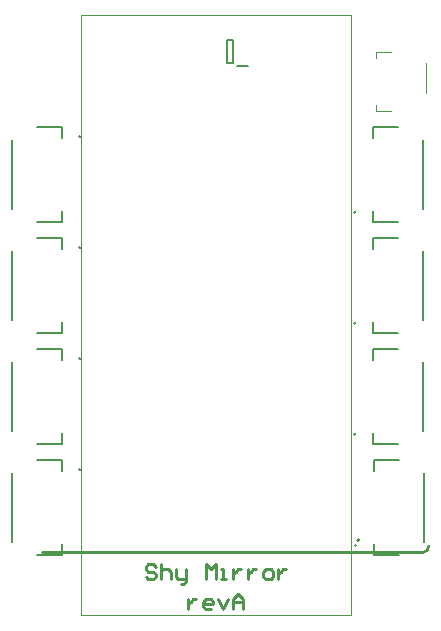
<source format=gto>
G04*
G04 #@! TF.GenerationSoftware,Altium Limited,Altium Designer,21.8.1 (53)*
G04*
G04 Layer_Color=65535*
%FSLAX25Y25*%
%MOIN*%
G70*
G04*
G04 #@! TF.SameCoordinates,E365CCBF-B7D7-418C-B8C5-68AE61ABE827*
G04*
G04*
G04 #@! TF.FilePolarity,Positive*
G04*
G01*
G75*
%ADD10C,0.00787*%
%ADD11C,0.01000*%
%ADD12C,0.00394*%
D10*
X217874Y130000D02*
G03*
X217087Y130000I-394J0D01*
G01*
D02*
G03*
X217874Y130000I394J0D01*
G01*
X124929Y264575D02*
G03*
X124929Y264575I-252J0D01*
G01*
X216575Y239347D02*
G03*
X216575Y239347I-252J0D01*
G01*
X216830Y128291D02*
G03*
X216830Y128291I-252J0D01*
G01*
X124929Y153575D02*
G03*
X124929Y153575I-252J0D01*
G01*
X216575Y202346D02*
G03*
X216575Y202346I-252J0D01*
G01*
X124929Y227575D02*
G03*
X124929Y227575I-252J0D01*
G01*
Y190575D02*
G03*
X124929Y190575I-252J0D01*
G01*
X216575Y165347D02*
G03*
X216575Y165347I-252J0D01*
G01*
X101949Y240543D02*
Y263378D01*
X118681Y264165D02*
Y267709D01*
Y236213D02*
Y239756D01*
X110315Y236213D02*
X118681D01*
X110315Y267709D02*
X118681D01*
X177130Y288177D02*
X180870D01*
X175752Y289063D02*
Y296937D01*
X173587D02*
X175752D01*
X173587Y289063D02*
Y296937D01*
Y289063D02*
X175752D01*
X239051Y240543D02*
Y263378D01*
X222319Y236213D02*
Y239756D01*
Y264165D02*
Y267709D01*
X230685D01*
X222319Y236213D02*
X230685D01*
X222575Y125157D02*
X230941D01*
X222575Y156653D02*
X230941D01*
X222575Y153110D02*
Y156653D01*
Y125157D02*
Y128701D01*
X239307Y129488D02*
Y152323D01*
X110315Y156709D02*
X118681D01*
X110315Y125213D02*
X118681D01*
Y128756D01*
Y153165D02*
Y156709D01*
X101949Y129543D02*
Y152378D01*
X222319Y199213D02*
X230685D01*
X222319Y230709D02*
X230685D01*
X222319Y227165D02*
Y230709D01*
Y199213D02*
Y202756D01*
X239051Y203543D02*
Y226378D01*
X110315Y230709D02*
X118681D01*
X110315Y199213D02*
X118681D01*
Y202756D01*
Y227165D02*
Y230709D01*
X101949Y203543D02*
Y226378D01*
X110315Y193709D02*
X118681D01*
X110315Y162213D02*
X118681D01*
Y165756D01*
Y190165D02*
Y193709D01*
X101949Y166543D02*
Y189378D01*
X222319Y162213D02*
X230685D01*
X222319Y193709D02*
X230685D01*
X222319Y190165D02*
Y193709D01*
Y162213D02*
Y165756D01*
X239051Y166543D02*
Y189378D01*
D11*
X239000Y126000D02*
G03*
X241000Y128000I0J2000D01*
G01*
X112000Y126000D02*
X239000D01*
X150006Y121230D02*
X149173Y122063D01*
X147507D01*
X146674Y121230D01*
Y120396D01*
X147507Y119563D01*
X149173D01*
X150006Y118730D01*
Y117897D01*
X149173Y117064D01*
X147507D01*
X146674Y117897D01*
X151673Y122063D02*
Y117064D01*
Y119563D01*
X152506Y120396D01*
X154172D01*
X155005Y119563D01*
Y117064D01*
X156671Y120396D02*
Y117897D01*
X157504Y117064D01*
X160003D01*
Y116231D01*
X159170Y115398D01*
X158337D01*
X160003Y117064D02*
Y120396D01*
X166668Y117064D02*
Y122063D01*
X168334Y120396D01*
X170000Y122063D01*
Y117064D01*
X171666D02*
X173332D01*
X172499D01*
Y120396D01*
X171666D01*
X175831D02*
Y117064D01*
Y118730D01*
X176664Y119563D01*
X177498Y120396D01*
X178331D01*
X180830D02*
Y117064D01*
Y118730D01*
X181663Y119563D01*
X182496Y120396D01*
X183329D01*
X186661Y117064D02*
X188327D01*
X189161Y117897D01*
Y119563D01*
X188327Y120396D01*
X186661D01*
X185828Y119563D01*
Y117897D01*
X186661Y117064D01*
X190827Y120396D02*
Y117064D01*
Y118730D01*
X191660Y119563D01*
X192493Y120396D01*
X193326D01*
X160836Y110332D02*
Y107000D01*
Y108666D01*
X161669Y109499D01*
X162502Y110332D01*
X163336D01*
X168334Y107000D02*
X166668D01*
X165835Y107833D01*
Y109499D01*
X166668Y110332D01*
X168334D01*
X169167Y109499D01*
Y108666D01*
X165835D01*
X170833Y110332D02*
X172499Y107000D01*
X174165Y110332D01*
X175831Y107000D02*
Y110332D01*
X177498Y111998D01*
X179164Y110332D01*
Y107000D01*
Y109499D01*
X175831D01*
D12*
X125000Y105000D02*
X215000D01*
Y305000D01*
X125000D02*
X215000D01*
X125000Y105000D02*
Y305000D01*
X223402Y273213D02*
X228468D01*
X223402D02*
Y275181D01*
Y292898D02*
X228468D01*
X223402Y290929D02*
Y292898D01*
X240134Y279118D02*
Y288961D01*
M02*

</source>
